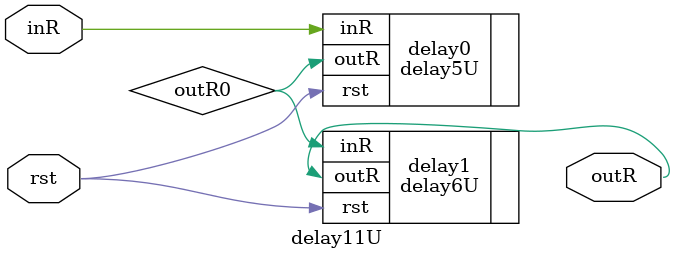
<source format=v>
`timescale 1ns / 1ps


(*dont_touch = "true"*)module delay11U(
    inR, outR, rst
    );
    input inR;
    output outR;
    input rst;
    
    wire outR0;
    (*KEEP="TRUE"*)(*dont_touch = "yes"*)(*OPTIMIZE="OFF"*)delay5U delay0(.inR(inR), .outR(outR0), .rst(rst));
    (*KEEP="TRUE"*)(*dont_touch = "yes"*)(*OPTIMIZE="OFF"*)delay6U delay1(.inR(outR0), .outR(outR), .rst(rst));
    
endmodule

</source>
